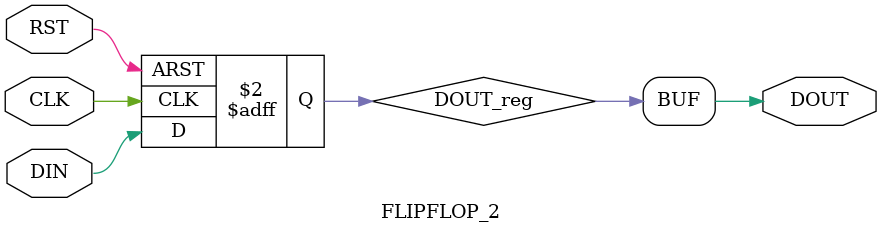
<source format=v>
module FLIPFLOP_2 ( DIN, RST, CLK, DOUT );
   input  DIN;
   input  RST;
   input  CLK;
   output DOUT;
   reg 	  DOUT_reg;
   always @ ( posedge RST or posedge CLK ) begin
      if (RST)
        DOUT_reg <= 1'b0;
      else
        DOUT_reg <=  DIN;
   end
   assign DOUT = DOUT_reg;
endmodule
</source>
